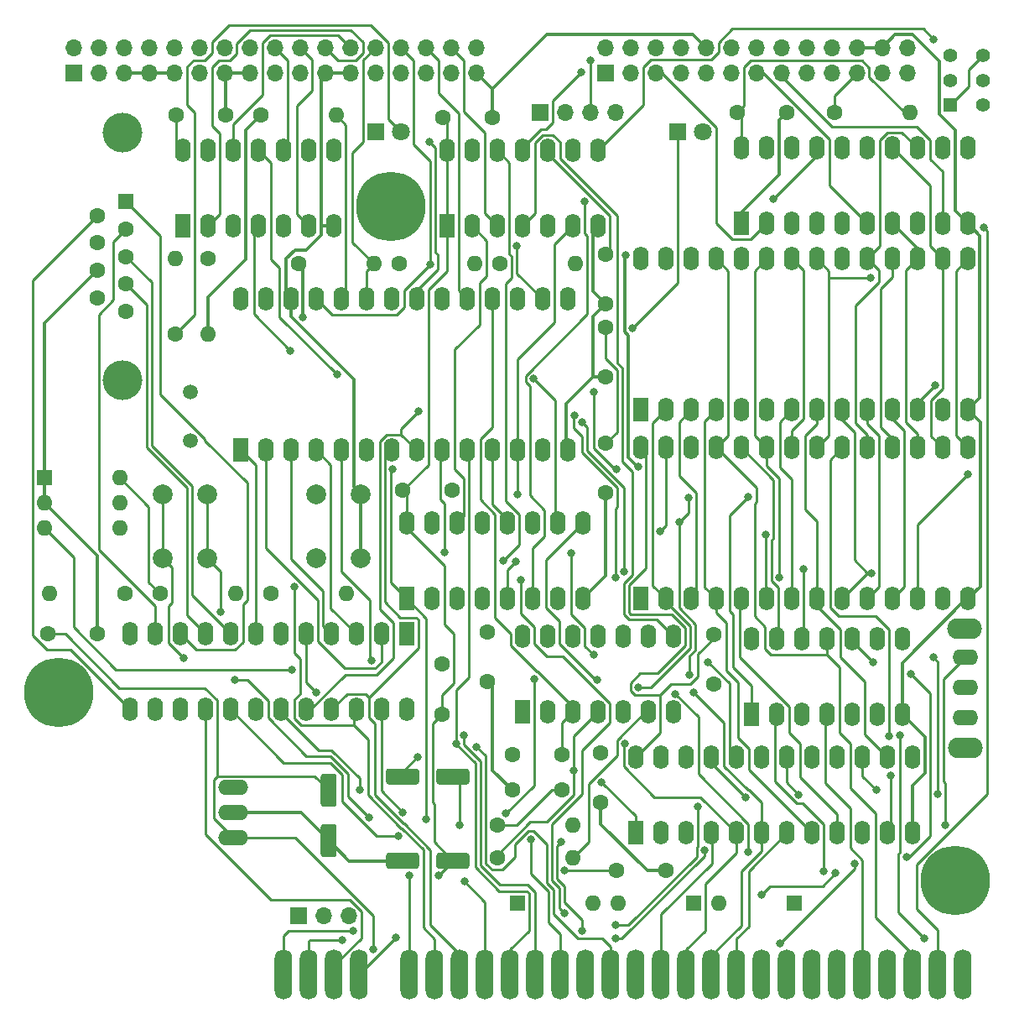
<source format=gtl>
G04 #@! TF.GenerationSoftware,KiCad,Pcbnew,(5.1.6)-1*
G04 #@! TF.CreationDate,2020-07-09T08:50:43+03:00*
G04 #@! TF.ProjectId,PlusD_Clone_MOD_1_2,506c7573-445f-4436-9c6f-6e655f4d4f44,rev?*
G04 #@! TF.SameCoordinates,Original*
G04 #@! TF.FileFunction,Copper,L1,Top*
G04 #@! TF.FilePolarity,Positive*
%FSLAX46Y46*%
G04 Gerber Fmt 4.6, Leading zero omitted, Abs format (unit mm)*
G04 Created by KiCad (PCBNEW (5.1.6)-1) date 2020-07-09 08:50:43*
%MOMM*%
%LPD*%
G01*
G04 APERTURE LIST*
G04 #@! TA.AperFunction,ComponentPad*
%ADD10O,1.600000X1.600000*%
G04 #@! TD*
G04 #@! TA.AperFunction,ComponentPad*
%ADD11C,1.600000*%
G04 #@! TD*
G04 #@! TA.AperFunction,ComponentPad*
%ADD12C,1.400000*%
G04 #@! TD*
G04 #@! TA.AperFunction,ComponentPad*
%ADD13R,1.400000X1.400000*%
G04 #@! TD*
G04 #@! TA.AperFunction,ComponentPad*
%ADD14C,4.000000*%
G04 #@! TD*
G04 #@! TA.AperFunction,ComponentPad*
%ADD15R,1.600000X1.600000*%
G04 #@! TD*
G04 #@! TA.AperFunction,ComponentPad*
%ADD16O,3.048000X1.524000*%
G04 #@! TD*
G04 #@! TA.AperFunction,ComponentPad*
%ADD17O,2.600000X1.600000*%
G04 #@! TD*
G04 #@! TA.AperFunction,ComponentPad*
%ADD18O,3.500000X2.100000*%
G04 #@! TD*
G04 #@! TA.AperFunction,ComponentPad*
%ADD19O,1.600000X2.400000*%
G04 #@! TD*
G04 #@! TA.AperFunction,ComponentPad*
%ADD20R,1.600000X2.400000*%
G04 #@! TD*
G04 #@! TA.AperFunction,ComponentPad*
%ADD21C,7.000000*%
G04 #@! TD*
G04 #@! TA.AperFunction,ComponentPad*
%ADD22C,0.800000*%
G04 #@! TD*
G04 #@! TA.AperFunction,ComponentPad*
%ADD23C,2.000000*%
G04 #@! TD*
G04 #@! TA.AperFunction,ComponentPad*
%ADD24O,1.700000X1.700000*%
G04 #@! TD*
G04 #@! TA.AperFunction,ComponentPad*
%ADD25R,1.700000X1.700000*%
G04 #@! TD*
G04 #@! TA.AperFunction,ConnectorPad*
%ADD26O,1.778000X5.080000*%
G04 #@! TD*
G04 #@! TA.AperFunction,ComponentPad*
%ADD27C,1.800000*%
G04 #@! TD*
G04 #@! TA.AperFunction,ComponentPad*
%ADD28R,1.800000X1.800000*%
G04 #@! TD*
G04 #@! TA.AperFunction,ComponentPad*
%ADD29C,1.500000*%
G04 #@! TD*
G04 #@! TA.AperFunction,ViaPad*
%ADD30C,0.800000*%
G04 #@! TD*
G04 #@! TA.AperFunction,Conductor*
%ADD31C,0.350000*%
G04 #@! TD*
G04 #@! TA.AperFunction,Conductor*
%ADD32C,0.250000*%
G04 #@! TD*
G04 APERTURE END LIST*
D10*
X85344000Y-83566000D03*
D11*
X77724000Y-83566000D03*
D12*
X160780000Y-29290000D03*
X160780000Y-31790000D03*
X160780000Y-34290000D03*
X157480000Y-29290000D03*
X157480000Y-31790000D03*
D13*
X157480000Y-34290000D03*
D14*
X73950000Y-62040000D03*
X73950000Y-37040000D03*
D11*
X71410000Y-53695000D03*
X71410000Y-50925000D03*
X71410000Y-48155000D03*
X71410000Y-45385000D03*
X74250000Y-55080000D03*
X74250000Y-52310000D03*
X74250000Y-49540000D03*
X74250000Y-46770000D03*
D15*
X74250000Y-44000000D03*
D16*
X85090000Y-103124000D03*
X85090000Y-105664000D03*
X85090000Y-108204000D03*
G04 #@! TA.AperFunction,SMDPad,CuDef*
G36*
G01*
X103863000Y-109950000D02*
X103863000Y-111050000D01*
G75*
G02*
X103613000Y-111300000I-250000J0D01*
G01*
X100788000Y-111300000D01*
G75*
G02*
X100538000Y-111050000I0J250000D01*
G01*
X100538000Y-109950000D01*
G75*
G02*
X100788000Y-109700000I250000J0D01*
G01*
X103613000Y-109700000D01*
G75*
G02*
X103863000Y-109950000I0J-250000D01*
G01*
G37*
G04 #@! TD.AperFunction*
G04 #@! TA.AperFunction,SMDPad,CuDef*
G36*
G01*
X108938000Y-109950000D02*
X108938000Y-111050000D01*
G75*
G02*
X108688000Y-111300000I-250000J0D01*
G01*
X105863000Y-111300000D01*
G75*
G02*
X105613000Y-111050000I0J250000D01*
G01*
X105613000Y-109950000D01*
G75*
G02*
X105863000Y-109700000I250000J0D01*
G01*
X108688000Y-109700000D01*
G75*
G02*
X108938000Y-109950000I0J-250000D01*
G01*
G37*
G04 #@! TD.AperFunction*
G04 #@! TA.AperFunction,SMDPad,CuDef*
G36*
G01*
X94192000Y-106793000D02*
X95292000Y-106793000D01*
G75*
G02*
X95542000Y-107043000I0J-250000D01*
G01*
X95542000Y-109868000D01*
G75*
G02*
X95292000Y-110118000I-250000J0D01*
G01*
X94192000Y-110118000D01*
G75*
G02*
X93942000Y-109868000I0J250000D01*
G01*
X93942000Y-107043000D01*
G75*
G02*
X94192000Y-106793000I250000J0D01*
G01*
G37*
G04 #@! TD.AperFunction*
G04 #@! TA.AperFunction,SMDPad,CuDef*
G36*
G01*
X94192000Y-101718000D02*
X95292000Y-101718000D01*
G75*
G02*
X95542000Y-101968000I0J-250000D01*
G01*
X95542000Y-104793000D01*
G75*
G02*
X95292000Y-105043000I-250000J0D01*
G01*
X94192000Y-105043000D01*
G75*
G02*
X93942000Y-104793000I0J250000D01*
G01*
X93942000Y-101968000D01*
G75*
G02*
X94192000Y-101718000I250000J0D01*
G01*
G37*
G04 #@! TD.AperFunction*
G04 #@! TA.AperFunction,SMDPad,CuDef*
G36*
G01*
X103863000Y-101450000D02*
X103863000Y-102550000D01*
G75*
G02*
X103613000Y-102800000I-250000J0D01*
G01*
X100788000Y-102800000D01*
G75*
G02*
X100538000Y-102550000I0J250000D01*
G01*
X100538000Y-101450000D01*
G75*
G02*
X100788000Y-101200000I250000J0D01*
G01*
X103613000Y-101200000D01*
G75*
G02*
X103863000Y-101450000I0J-250000D01*
G01*
G37*
G04 #@! TD.AperFunction*
G04 #@! TA.AperFunction,SMDPad,CuDef*
G36*
G01*
X108938000Y-101450000D02*
X108938000Y-102550000D01*
G75*
G02*
X108688000Y-102800000I-250000J0D01*
G01*
X105863000Y-102800000D01*
G75*
G02*
X105613000Y-102550000I0J250000D01*
G01*
X105613000Y-101450000D01*
G75*
G02*
X105863000Y-101200000I250000J0D01*
G01*
X108688000Y-101200000D01*
G75*
G02*
X108938000Y-101450000I0J-250000D01*
G01*
G37*
G04 #@! TD.AperFunction*
D17*
X159004000Y-96096000D03*
D18*
X158954000Y-87046000D03*
X159004000Y-99096000D03*
D17*
X159004000Y-89996000D03*
X159004000Y-93046000D03*
D10*
X73660000Y-71882000D03*
X66040000Y-76962000D03*
X73660000Y-74422000D03*
X66040000Y-74422000D03*
X73660000Y-76962000D03*
D15*
X66040000Y-71882000D03*
D10*
X109474000Y-50292000D03*
D11*
X101854000Y-50292000D03*
D19*
X114300000Y-87884000D03*
X129540000Y-95504000D03*
X116840000Y-87884000D03*
X127000000Y-95504000D03*
X119380000Y-87884000D03*
X124460000Y-95504000D03*
X121920000Y-87884000D03*
X121920000Y-95504000D03*
X124460000Y-87884000D03*
X119380000Y-95504000D03*
X127000000Y-87884000D03*
X116840000Y-95504000D03*
X129540000Y-87884000D03*
D20*
X114300000Y-95504000D03*
D19*
X102616000Y-95250000D03*
X74676000Y-87630000D03*
X100076000Y-95250000D03*
X77216000Y-87630000D03*
X97536000Y-95250000D03*
X79756000Y-87630000D03*
X94996000Y-95250000D03*
X82296000Y-87630000D03*
X92456000Y-95250000D03*
X84836000Y-87630000D03*
X89916000Y-95250000D03*
X87376000Y-87630000D03*
X87376000Y-95250000D03*
X89916000Y-87630000D03*
X84836000Y-95250000D03*
X92456000Y-87630000D03*
X82296000Y-95250000D03*
X94996000Y-87630000D03*
X79756000Y-95250000D03*
X97536000Y-87630000D03*
X77216000Y-95250000D03*
X100076000Y-87630000D03*
X74676000Y-95250000D03*
D20*
X102616000Y-87630000D03*
D19*
X80010000Y-38862000D03*
X95250000Y-46482000D03*
X82550000Y-38862000D03*
X92710000Y-46482000D03*
X85090000Y-38862000D03*
X90170000Y-46482000D03*
X87630000Y-38862000D03*
X87630000Y-46482000D03*
X90170000Y-38862000D03*
X85090000Y-46482000D03*
X92710000Y-38862000D03*
X82550000Y-46482000D03*
X95250000Y-38862000D03*
D20*
X80010000Y-46482000D03*
D19*
X106680000Y-38862000D03*
X121920000Y-46482000D03*
X109220000Y-38862000D03*
X119380000Y-46482000D03*
X111760000Y-38862000D03*
X116840000Y-46482000D03*
X114300000Y-38862000D03*
X114300000Y-46482000D03*
X116840000Y-38862000D03*
X111760000Y-46482000D03*
X119380000Y-38862000D03*
X109220000Y-46482000D03*
X121920000Y-38862000D03*
D20*
X106680000Y-46482000D03*
D10*
X153416000Y-35052000D03*
D11*
X145796000Y-35052000D03*
D19*
X137414000Y-88138000D03*
X152654000Y-95758000D03*
X139954000Y-88138000D03*
X150114000Y-95758000D03*
X142494000Y-88138000D03*
X147574000Y-95758000D03*
X145034000Y-88138000D03*
X145034000Y-95758000D03*
X147574000Y-88138000D03*
X142494000Y-95758000D03*
X150114000Y-88138000D03*
X139954000Y-95758000D03*
X152654000Y-88138000D03*
D20*
X137414000Y-95758000D03*
D21*
X101000000Y-44500000D03*
D22*
X103625000Y-44500000D03*
X102856155Y-46356155D03*
X101000000Y-47125000D03*
X99143845Y-46356155D03*
X98375000Y-44500000D03*
X99143845Y-42643845D03*
X101000000Y-41875000D03*
X102856155Y-42643845D03*
X69356155Y-91643845D03*
X67500000Y-90875000D03*
X65643845Y-91643845D03*
X64875000Y-93500000D03*
X65643845Y-95356155D03*
X67500000Y-96125000D03*
X69356155Y-95356155D03*
X70125000Y-93500000D03*
D21*
X67500000Y-93500000D03*
D22*
X159856155Y-110643845D03*
X158000000Y-109875000D03*
X156143845Y-110643845D03*
X155375000Y-112500000D03*
X156143845Y-114356155D03*
X158000000Y-115125000D03*
X159856155Y-114356155D03*
X160625000Y-112500000D03*
D21*
X158000000Y-112500000D03*
D23*
X78000000Y-73500000D03*
X82500000Y-73500000D03*
X78000000Y-80000000D03*
X82500000Y-80000000D03*
X93500000Y-73500000D03*
X98000000Y-73500000D03*
X93500000Y-80000000D03*
X98000000Y-80000000D03*
D19*
X136398000Y-38608000D03*
X159258000Y-46228000D03*
X138938000Y-38608000D03*
X156718000Y-46228000D03*
X141478000Y-38608000D03*
X154178000Y-46228000D03*
X144018000Y-38608000D03*
X151638000Y-46228000D03*
X146558000Y-38608000D03*
X149098000Y-46228000D03*
X149098000Y-38608000D03*
X146558000Y-46228000D03*
X151638000Y-38608000D03*
X144018000Y-46228000D03*
X154178000Y-38608000D03*
X141478000Y-46228000D03*
X156718000Y-38608000D03*
X138938000Y-46228000D03*
X159258000Y-38608000D03*
D20*
X136398000Y-46228000D03*
D19*
X102616000Y-76454000D03*
X120396000Y-84074000D03*
X105156000Y-76454000D03*
X117856000Y-84074000D03*
X107696000Y-76454000D03*
X115316000Y-84074000D03*
X110236000Y-76454000D03*
X112776000Y-84074000D03*
X112776000Y-76454000D03*
X110236000Y-84074000D03*
X115316000Y-76454000D03*
X107696000Y-84074000D03*
X117856000Y-76454000D03*
X105156000Y-84074000D03*
X120396000Y-76454000D03*
D20*
X102616000Y-84074000D03*
D19*
X125730000Y-100076000D03*
X153670000Y-107696000D03*
X128270000Y-100076000D03*
X151130000Y-107696000D03*
X130810000Y-100076000D03*
X148590000Y-107696000D03*
X133350000Y-100076000D03*
X146050000Y-107696000D03*
X135890000Y-100076000D03*
X143510000Y-107696000D03*
X138430000Y-100076000D03*
X140970000Y-107696000D03*
X140970000Y-100076000D03*
X138430000Y-107696000D03*
X143510000Y-100076000D03*
X135890000Y-107696000D03*
X146050000Y-100076000D03*
X133350000Y-107696000D03*
X148590000Y-100076000D03*
X130810000Y-107696000D03*
X151130000Y-100076000D03*
X128270000Y-107696000D03*
X153670000Y-100076000D03*
D20*
X125730000Y-107696000D03*
D19*
X126238000Y-68834000D03*
X159258000Y-84074000D03*
X128778000Y-68834000D03*
X156718000Y-84074000D03*
X131318000Y-68834000D03*
X154178000Y-84074000D03*
X133858000Y-68834000D03*
X151638000Y-84074000D03*
X136398000Y-68834000D03*
X149098000Y-84074000D03*
X138938000Y-68834000D03*
X146558000Y-84074000D03*
X141478000Y-68834000D03*
X144018000Y-84074000D03*
X144018000Y-68834000D03*
X141478000Y-84074000D03*
X146558000Y-68834000D03*
X138938000Y-84074000D03*
X149098000Y-68834000D03*
X136398000Y-84074000D03*
X151638000Y-68834000D03*
X133858000Y-84074000D03*
X154178000Y-68834000D03*
X131318000Y-84074000D03*
X156718000Y-68834000D03*
X128778000Y-84074000D03*
X159258000Y-68834000D03*
D20*
X126238000Y-84074000D03*
D19*
X126238000Y-49784000D03*
X159258000Y-65024000D03*
X128778000Y-49784000D03*
X156718000Y-65024000D03*
X131318000Y-49784000D03*
X154178000Y-65024000D03*
X133858000Y-49784000D03*
X151638000Y-65024000D03*
X136398000Y-49784000D03*
X149098000Y-65024000D03*
X138938000Y-49784000D03*
X146558000Y-65024000D03*
X141478000Y-49784000D03*
X144018000Y-65024000D03*
X144018000Y-49784000D03*
X141478000Y-65024000D03*
X146558000Y-49784000D03*
X138938000Y-65024000D03*
X149098000Y-49784000D03*
X136398000Y-65024000D03*
X151638000Y-49784000D03*
X133858000Y-65024000D03*
X154178000Y-49784000D03*
X131318000Y-65024000D03*
X156718000Y-49784000D03*
X128778000Y-65024000D03*
X159258000Y-49784000D03*
D20*
X126238000Y-65024000D03*
D19*
X85852000Y-53848000D03*
X118872000Y-69088000D03*
X88392000Y-53848000D03*
X116332000Y-69088000D03*
X90932000Y-53848000D03*
X113792000Y-69088000D03*
X93472000Y-53848000D03*
X111252000Y-69088000D03*
X96012000Y-53848000D03*
X108712000Y-69088000D03*
X98552000Y-53848000D03*
X106172000Y-69088000D03*
X101092000Y-53848000D03*
X103632000Y-69088000D03*
X103632000Y-53848000D03*
X101092000Y-69088000D03*
X106172000Y-53848000D03*
X98552000Y-69088000D03*
X108712000Y-53848000D03*
X96012000Y-69088000D03*
X111252000Y-53848000D03*
X93472000Y-69088000D03*
X113792000Y-53848000D03*
X90932000Y-69088000D03*
X116332000Y-53848000D03*
X88392000Y-69088000D03*
X118872000Y-53848000D03*
D20*
X85852000Y-69088000D03*
D10*
X96520000Y-83566000D03*
D11*
X88900000Y-83566000D03*
D10*
X79248000Y-49784000D03*
D11*
X79248000Y-57404000D03*
D10*
X119380000Y-106934000D03*
D11*
X111760000Y-106934000D03*
D10*
X119380000Y-110236000D03*
D11*
X111760000Y-110236000D03*
D10*
X66548000Y-83566000D03*
D11*
X74168000Y-83566000D03*
D10*
X82550000Y-57404000D03*
D11*
X82550000Y-49784000D03*
D10*
X119634000Y-50292000D03*
D11*
X112014000Y-50292000D03*
D10*
X99314000Y-50292000D03*
D11*
X91694000Y-50292000D03*
D10*
X95504000Y-35306000D03*
D11*
X87884000Y-35306000D03*
D24*
X123698000Y-35052000D03*
X121158000Y-35052000D03*
X118618000Y-35052000D03*
D25*
X116078000Y-35052000D03*
D26*
X95298000Y-121960000D03*
X97838000Y-121960000D03*
X105458000Y-121960000D03*
X113078000Y-121960000D03*
X110538000Y-121960000D03*
X107998000Y-121960000D03*
X115618000Y-121960000D03*
X90218000Y-121960000D03*
X92758000Y-121960000D03*
X102918000Y-121960000D03*
X118158000Y-121960000D03*
X123238000Y-121960000D03*
X120698000Y-121960000D03*
X125778000Y-121960000D03*
X130858000Y-121960000D03*
X128318000Y-121960000D03*
X133398000Y-121960000D03*
X143558000Y-121960000D03*
X138478000Y-121960000D03*
X151178000Y-121960000D03*
X156258000Y-121960000D03*
X158798000Y-121960000D03*
X135938000Y-121960000D03*
X146098000Y-121960000D03*
X148638000Y-121960000D03*
X153718000Y-121960000D03*
X141018000Y-121960000D03*
D24*
X153162000Y-28460000D03*
X153162000Y-31000000D03*
X150622000Y-28460000D03*
X150622000Y-31000000D03*
X148082000Y-28460000D03*
X148082000Y-31000000D03*
X145542000Y-28460000D03*
X145542000Y-31000000D03*
X143002000Y-28460000D03*
X143002000Y-31000000D03*
X140462000Y-28460000D03*
X140462000Y-31000000D03*
X137922000Y-28460000D03*
X137922000Y-31000000D03*
X135382000Y-28460000D03*
X135382000Y-31000000D03*
X132842000Y-28460000D03*
X132842000Y-31000000D03*
X130302000Y-28460000D03*
X130302000Y-31000000D03*
X127762000Y-28460000D03*
X127762000Y-31000000D03*
X125222000Y-28460000D03*
X125222000Y-31000000D03*
X122682000Y-28460000D03*
D25*
X122682000Y-31000000D03*
D11*
X122682000Y-49356000D03*
X122682000Y-54356000D03*
X106172000Y-95678000D03*
X106172000Y-90678000D03*
X133604000Y-87710000D03*
X133604000Y-92710000D03*
X110744000Y-87456000D03*
X110744000Y-92456000D03*
X102188000Y-73152000D03*
X107188000Y-73152000D03*
X135970000Y-35052000D03*
X140970000Y-35052000D03*
X106252000Y-35560000D03*
X111252000Y-35560000D03*
X79328000Y-35306000D03*
X84328000Y-35306000D03*
X122174000Y-99648000D03*
X122174000Y-104648000D03*
X122682000Y-68406000D03*
X122682000Y-73406000D03*
X122682000Y-56722000D03*
X122682000Y-61722000D03*
X118284000Y-99822000D03*
X113284000Y-99822000D03*
D25*
X69000000Y-31000000D03*
D24*
X69000000Y-28460000D03*
X71540000Y-31000000D03*
X71540000Y-28460000D03*
X74080000Y-31000000D03*
X74080000Y-28460000D03*
X76620000Y-31000000D03*
X76620000Y-28460000D03*
X79160000Y-31000000D03*
X79160000Y-28460000D03*
X81700000Y-31000000D03*
X81700000Y-28460000D03*
X84240000Y-31000000D03*
X84240000Y-28460000D03*
X86780000Y-31000000D03*
X86780000Y-28460000D03*
X89320000Y-31000000D03*
X89320000Y-28460000D03*
X91860000Y-31000000D03*
X91860000Y-28460000D03*
X94400000Y-31000000D03*
X94400000Y-28460000D03*
X96940000Y-31000000D03*
X96940000Y-28460000D03*
X99480000Y-31000000D03*
X99480000Y-28460000D03*
X102020000Y-31000000D03*
X102020000Y-28460000D03*
X104560000Y-31000000D03*
X104560000Y-28460000D03*
X107100000Y-31000000D03*
X107100000Y-28460000D03*
X109640000Y-31000000D03*
X109640000Y-28460000D03*
D25*
X91694000Y-116078000D03*
D24*
X94234000Y-116078000D03*
X96774000Y-116078000D03*
D27*
X132540000Y-37000000D03*
D28*
X130000000Y-37000000D03*
D10*
X121412000Y-114808000D03*
D15*
X113792000Y-114808000D03*
D10*
X123952000Y-114808000D03*
D15*
X131572000Y-114808000D03*
X141732000Y-114808000D03*
D10*
X134112000Y-114808000D03*
D27*
X102040000Y-37000000D03*
D28*
X99500000Y-37000000D03*
D11*
X118284000Y-103378000D03*
X113284000Y-103378000D03*
X123778000Y-111506000D03*
X128778000Y-111506000D03*
X66374000Y-87630000D03*
X71374000Y-87630000D03*
D29*
X80772000Y-63246000D03*
X80772000Y-68146000D03*
D30*
X80128100Y-90087100D03*
X109686600Y-99008900D03*
X133031600Y-90443600D03*
X121835700Y-92206800D03*
X142202500Y-103826400D03*
X151291100Y-97949200D03*
X150013800Y-103372300D03*
X136864600Y-104133500D03*
X125434000Y-56787400D03*
X98811800Y-106108100D03*
X85295900Y-92289200D03*
X83847300Y-85363800D03*
X107918900Y-106882200D03*
X103686700Y-100030200D03*
X115431300Y-61892300D03*
X90853400Y-59018000D03*
X112374900Y-80212200D03*
X120269700Y-30938000D03*
X120573400Y-43968200D03*
X155823900Y-27650600D03*
X142684400Y-81044900D03*
X119489600Y-101377500D03*
X91054800Y-91212700D03*
X92157400Y-55648700D03*
X124710800Y-49390700D03*
X126005700Y-70707200D03*
X104597300Y-106342200D03*
X118565900Y-111481700D03*
X101212400Y-70993600D03*
X113792000Y-73569200D03*
X137118000Y-73755500D03*
X149473400Y-51675200D03*
X160875300Y-46642700D03*
X140211000Y-81945500D03*
X144722100Y-111549300D03*
X114117100Y-82141600D03*
X118527300Y-115759900D03*
X125990100Y-92974000D03*
X115475400Y-92152700D03*
X112644700Y-105719000D03*
X149688100Y-90443600D03*
X153513100Y-91679900D03*
X153048400Y-110128000D03*
X147820300Y-110770800D03*
X140268400Y-118848000D03*
X152448400Y-97806400D03*
X154845600Y-118294400D03*
X121492600Y-63245200D03*
X123790500Y-71010500D03*
X102238100Y-105586500D03*
X102918000Y-111974900D03*
X99077200Y-90307300D03*
X91242900Y-82885700D03*
X113614300Y-80283700D03*
X155968800Y-62558800D03*
X159274000Y-71489400D03*
X108373100Y-97876600D03*
X139633400Y-43738400D03*
X103791700Y-65169200D03*
X106442900Y-79419200D03*
X97848400Y-103340400D03*
X115135500Y-108352200D03*
X107597800Y-98651900D03*
X131037200Y-73871300D03*
X130119000Y-76307500D03*
X131119000Y-91744600D03*
X131563200Y-93496900D03*
X101804500Y-107985900D03*
X108443400Y-112590900D03*
X132667700Y-109465100D03*
X123711400Y-118353700D03*
X151482100Y-101935900D03*
X123679500Y-81950400D03*
X119568600Y-65537700D03*
X138881300Y-77635200D03*
X155778300Y-89999400D03*
X156235900Y-103730500D03*
X128212000Y-77242700D03*
X119178700Y-79436900D03*
X121471200Y-89743200D03*
X129748100Y-93649800D03*
X137107800Y-109598800D03*
X97208700Y-117578300D03*
X96076200Y-118452900D03*
X93506500Y-93529700D03*
X124628000Y-98702700D03*
X122294600Y-102538300D03*
X120314400Y-66295600D03*
X124562200Y-81295000D03*
X118164200Y-108585000D03*
X120327800Y-117521600D03*
X149495300Y-81490300D03*
X131985300Y-105053400D03*
X123728200Y-116972300D03*
X121158000Y-29774700D03*
X104982100Y-50371700D03*
X104904000Y-37965400D03*
X113747700Y-48516200D03*
X95560900Y-61466200D03*
X101560000Y-118238000D03*
X99263800Y-119419900D03*
X105868900Y-111974900D03*
X157009300Y-106856800D03*
X145927200Y-111724700D03*
X138461100Y-113901200D03*
D31*
X122174000Y-104648000D02*
X122174000Y-106786600D01*
X122174000Y-106786600D02*
X126893400Y-111506000D01*
X126893400Y-111506000D02*
X128778000Y-111506000D01*
X113284000Y-103378000D02*
X111293700Y-101387700D01*
X111293700Y-101387700D02*
X111293700Y-93005700D01*
X111293700Y-93005700D02*
X110744000Y-92456000D01*
X94742000Y-108455500D02*
X96786500Y-110500000D01*
X96786500Y-110500000D02*
X102200500Y-110500000D01*
X85090000Y-105664000D02*
X91950500Y-105664000D01*
X91950500Y-105664000D02*
X94742000Y-108455500D01*
X121430100Y-61722000D02*
X118743300Y-64408800D01*
X118743300Y-64408800D02*
X118743300Y-68959300D01*
X118743300Y-68959300D02*
X118872000Y-69088000D01*
X111252000Y-32612000D02*
X111252000Y-35560000D01*
X109640000Y-31000000D02*
X111252000Y-32612000D01*
X132842000Y-28460000D02*
X131519300Y-27137300D01*
X131519300Y-27137300D02*
X116726700Y-27137300D01*
X116726700Y-27137300D02*
X111252000Y-32612000D01*
X90932000Y-53848000D02*
X90932000Y-55590300D01*
X90932000Y-55590300D02*
X97282000Y-61940300D01*
X97282000Y-61940300D02*
X97282000Y-72782000D01*
X97282000Y-72782000D02*
X98000000Y-73500000D01*
X93980000Y-46482000D02*
X93980000Y-47355100D01*
X93980000Y-47355100D02*
X92477200Y-48857900D01*
X92477200Y-48857900D02*
X91350900Y-48857900D01*
X91350900Y-48857900D02*
X90463200Y-49745600D01*
X90463200Y-49745600D02*
X90463200Y-53379200D01*
X90463200Y-53379200D02*
X90932000Y-53848000D01*
X148082000Y-28460000D02*
X150622000Y-28460000D01*
X122682000Y-73406000D02*
X122682000Y-81788000D01*
X122682000Y-81788000D02*
X120396000Y-84074000D01*
X66040000Y-71882000D02*
X66040000Y-74422000D01*
X71410000Y-50925000D02*
X66040000Y-56295000D01*
X66040000Y-56295000D02*
X66040000Y-71882000D01*
X71374000Y-87630000D02*
X71374000Y-79756000D01*
X71374000Y-79756000D02*
X66040000Y-74422000D01*
X93980000Y-46482000D02*
X93980000Y-31420000D01*
X93980000Y-31420000D02*
X94400000Y-31000000D01*
X93980000Y-46482000D02*
X95250000Y-46482000D01*
X94400000Y-31000000D02*
X96940000Y-31000000D01*
X84328000Y-31088000D02*
X84328000Y-35306000D01*
X84240000Y-31000000D02*
X84328000Y-31088000D01*
X86780000Y-31000000D02*
X84416000Y-31000000D01*
X84416000Y-31000000D02*
X84328000Y-31088000D01*
X152654000Y-95758000D02*
X154912000Y-98016000D01*
X154912000Y-98016000D02*
X154912000Y-101674700D01*
X154912000Y-101674700D02*
X153670000Y-102916700D01*
X153670000Y-102916700D02*
X153670000Y-107696000D01*
X159258000Y-84074000D02*
X159139500Y-84074000D01*
X159139500Y-84074000D02*
X152654000Y-90559500D01*
X152654000Y-90559500D02*
X152654000Y-95758000D01*
X136398000Y-46228000D02*
X136398000Y-45073700D01*
X136398000Y-45073700D02*
X140208000Y-41263700D01*
X140208000Y-41263700D02*
X140208000Y-35814000D01*
X140208000Y-35814000D02*
X140970000Y-35052000D01*
X98000000Y-80000000D02*
X98000000Y-73500000D01*
X76620000Y-31000000D02*
X79160000Y-31000000D01*
X74080000Y-31000000D02*
X76620000Y-31000000D01*
X121430100Y-61722000D02*
X121430100Y-55607900D01*
X121430100Y-55607900D02*
X122682000Y-54356000D01*
X121430100Y-61722000D02*
X122682000Y-61722000D01*
X121920000Y-46482000D02*
X121403500Y-46998500D01*
X121403500Y-46998500D02*
X121403500Y-53077500D01*
X121403500Y-53077500D02*
X122682000Y-54356000D01*
X159258000Y-46228000D02*
X160487000Y-47457000D01*
X160487000Y-47457000D02*
X160487000Y-63795000D01*
X160487000Y-63795000D02*
X159258000Y-65024000D01*
X150622000Y-28460000D02*
X151943000Y-27139000D01*
X151943000Y-27139000D02*
X153676700Y-27139000D01*
X153676700Y-27139000D02*
X156354700Y-29817000D01*
X156354700Y-29817000D02*
X156354700Y-35166100D01*
X156354700Y-35166100D02*
X157988000Y-36799400D01*
X157988000Y-36799400D02*
X157988000Y-44958000D01*
X157988000Y-44958000D02*
X159258000Y-46228000D01*
X159258000Y-65024000D02*
X160498200Y-66264200D01*
X160498200Y-66264200D02*
X160498200Y-82833800D01*
X160498200Y-82833800D02*
X159258000Y-84074000D01*
D32*
X78000000Y-80000000D02*
X78932800Y-80932800D01*
X78932800Y-80932800D02*
X78932800Y-84429200D01*
X78932800Y-84429200D02*
X78537700Y-84824300D01*
X78537700Y-84824300D02*
X78537700Y-88496700D01*
X78537700Y-88496700D02*
X80128100Y-90087100D01*
X78000000Y-73500000D02*
X78000000Y-80000000D01*
X123238000Y-119174000D02*
X123238000Y-121960000D01*
X122360900Y-118296900D02*
X123238000Y-119174000D01*
X119935300Y-118296900D02*
X122360900Y-118296900D01*
X117470500Y-113410900D02*
X117470500Y-115832100D01*
X111230300Y-111419900D02*
X112239800Y-111419900D01*
X113514300Y-108876900D02*
X114875100Y-107516100D01*
X110563000Y-110752600D02*
X111230300Y-111419900D01*
X117470500Y-115832100D02*
X119935300Y-118296900D01*
X109686600Y-99008900D02*
X110563000Y-99885300D01*
X110563000Y-99885300D02*
X110563000Y-110752600D01*
X114875100Y-107516100D02*
X115419600Y-107516100D01*
X115419600Y-107516100D02*
X116761900Y-108858400D01*
X116761900Y-112702300D02*
X117470500Y-113410900D01*
X113514300Y-110145400D02*
X113514300Y-108876900D01*
X112239800Y-111419900D02*
X113514300Y-110145400D01*
X116761900Y-108858400D02*
X116761900Y-112702300D01*
X85852000Y-69088000D02*
X87376000Y-70612000D01*
X87376000Y-70612000D02*
X87376000Y-87630000D01*
X133031600Y-90443600D02*
X135182400Y-92594400D01*
X135182400Y-92594400D02*
X135182400Y-99368500D01*
X135182400Y-99368500D02*
X135182500Y-99368500D01*
X135182500Y-99368500D02*
X135890000Y-100076000D01*
X120396000Y-76454000D02*
X116667700Y-80182300D01*
X116667700Y-80182300D02*
X116667700Y-84963500D01*
X116667700Y-84963500D02*
X118036800Y-86332600D01*
X118036800Y-86332600D02*
X118036800Y-88604900D01*
X118036800Y-88604900D02*
X121638700Y-92206800D01*
X121638700Y-92206800D02*
X121835700Y-92206800D01*
X140970000Y-100076000D02*
X140970000Y-102593900D01*
X140970000Y-102593900D02*
X142202500Y-103826400D01*
X118284000Y-103378000D02*
X117258500Y-103378000D01*
X117258500Y-103378000D02*
X113702500Y-106934000D01*
X113702500Y-106934000D02*
X111760000Y-106934000D01*
X146558000Y-68834000D02*
X145349700Y-70042300D01*
X145349700Y-70042300D02*
X145349700Y-84963500D01*
X145349700Y-84963500D02*
X146221300Y-85835100D01*
X146221300Y-85835100D02*
X149920900Y-85835100D01*
X149920900Y-85835100D02*
X151291100Y-87205300D01*
X151291100Y-87205300D02*
X151291100Y-97949200D01*
X150013800Y-103372300D02*
X148590000Y-101948500D01*
X148590000Y-101948500D02*
X148590000Y-100076000D01*
X133350000Y-100076000D02*
X133350000Y-100618900D01*
X133350000Y-100618900D02*
X136864600Y-104133500D01*
X98811800Y-106108100D02*
X96708800Y-104005100D01*
X96708800Y-104005100D02*
X96708800Y-101739500D01*
X96708800Y-101739500D02*
X94915200Y-99945900D01*
X94915200Y-99945900D02*
X92502500Y-99945900D01*
X92502500Y-99945900D02*
X88646000Y-96089400D01*
X88646000Y-96089400D02*
X88646000Y-94385900D01*
X88646000Y-94385900D02*
X86549300Y-92289200D01*
X86549300Y-92289200D02*
X85295900Y-92289200D01*
X130000000Y-37000000D02*
X130000000Y-52221400D01*
X130000000Y-52221400D02*
X125434000Y-56787400D01*
X82500000Y-80000000D02*
X83847300Y-81347300D01*
X83847300Y-81347300D02*
X83847300Y-85363800D01*
X82500000Y-80000000D02*
X82500000Y-73500000D01*
X102040000Y-37000000D02*
X100750000Y-35710000D01*
X100750000Y-35710000D02*
X100750000Y-27981000D01*
X100750000Y-27981000D02*
X98983100Y-26214100D01*
X98983100Y-26214100D02*
X84695200Y-26214100D01*
X84695200Y-26214100D02*
X83014700Y-27894600D01*
X83014700Y-27894600D02*
X83014700Y-28969200D01*
X83014700Y-28969200D02*
X82253900Y-29730000D01*
X82253900Y-29730000D02*
X81141800Y-29730000D01*
X81141800Y-29730000D02*
X80474600Y-30397200D01*
X80474600Y-30397200D02*
X80474600Y-34271000D01*
X80474600Y-34271000D02*
X81196300Y-34992700D01*
X81196300Y-34992700D02*
X81196300Y-55455700D01*
X81196300Y-55455700D02*
X79248000Y-57404000D01*
X95504000Y-35306000D02*
X96438600Y-36240600D01*
X96438600Y-36240600D02*
X96438600Y-53421400D01*
X96438600Y-53421400D02*
X96012000Y-53848000D01*
X89320000Y-28460000D02*
X90590000Y-29730000D01*
X90590000Y-29730000D02*
X90590000Y-38442000D01*
X90590000Y-38442000D02*
X90170000Y-38862000D01*
X91860000Y-28460000D02*
X93099500Y-29699500D01*
X93099500Y-29699500D02*
X93099500Y-32771700D01*
X93099500Y-32771700D02*
X91519400Y-34351800D01*
X91519400Y-34351800D02*
X91519400Y-45291400D01*
X91519400Y-45291400D02*
X92710000Y-46482000D01*
X107100000Y-28460000D02*
X108370000Y-29730000D01*
X108370000Y-29730000D02*
X108370000Y-34894600D01*
X108370000Y-34894600D02*
X110490000Y-37014600D01*
X110490000Y-37014600D02*
X110490000Y-45212000D01*
X110490000Y-45212000D02*
X111760000Y-46482000D01*
X99314000Y-50292000D02*
X97124000Y-48102000D01*
X97124000Y-48102000D02*
X97124000Y-39050300D01*
X97124000Y-39050300D02*
X98224600Y-37949700D01*
X98224600Y-37949700D02*
X98224600Y-29715400D01*
X98224600Y-29715400D02*
X99480000Y-28460000D01*
X98552000Y-53848000D02*
X98552000Y-51054000D01*
X98552000Y-51054000D02*
X99314000Y-50292000D01*
X118284000Y-99822000D02*
X118284000Y-96600000D01*
X118284000Y-96600000D02*
X119380000Y-95504000D01*
X111252000Y-53848000D02*
X111252000Y-66743000D01*
X111252000Y-66743000D02*
X110036100Y-67958900D01*
X110036100Y-67958900D02*
X110036100Y-74067800D01*
X110036100Y-74067800D02*
X111508000Y-75539700D01*
X111508000Y-75539700D02*
X111508000Y-85963300D01*
X111508000Y-85963300D02*
X113124600Y-87579900D01*
X113124600Y-87579900D02*
X113124600Y-88789800D01*
X113124600Y-88789800D02*
X115712200Y-91377400D01*
X115712200Y-91377400D02*
X115796600Y-91377400D01*
X115796600Y-91377400D02*
X119380000Y-94960800D01*
X119380000Y-94960800D02*
X119380000Y-95504000D01*
X107918900Y-106882200D02*
X107918900Y-102643400D01*
X107918900Y-102643400D02*
X107275500Y-102000000D01*
X127000000Y-95504000D02*
X126683000Y-95504000D01*
X126683000Y-95504000D02*
X123849800Y-98337200D01*
X123849800Y-98337200D02*
X123849800Y-99855100D01*
X123849800Y-99855100D02*
X120998700Y-102706200D01*
X120998700Y-102706200D02*
X120998700Y-108617300D01*
X120998700Y-108617300D02*
X119380000Y-110236000D01*
X103686700Y-100030200D02*
X102200500Y-101516400D01*
X102200500Y-101516400D02*
X102200500Y-102000000D01*
X117856000Y-76454000D02*
X117602000Y-76200000D01*
X117602000Y-76200000D02*
X117602000Y-64063000D01*
X117602000Y-64063000D02*
X115431300Y-61892300D01*
X87630000Y-46482000D02*
X87190300Y-46921700D01*
X87190300Y-46921700D02*
X87190300Y-55354900D01*
X87190300Y-55354900D02*
X90853400Y-59018000D01*
X111760000Y-38862000D02*
X112972400Y-40074400D01*
X112972400Y-40074400D02*
X112972400Y-49294200D01*
X112972400Y-49294200D02*
X113195300Y-49517100D01*
X113195300Y-49517100D02*
X113195300Y-51651900D01*
X113195300Y-51651900D02*
X112599300Y-52247900D01*
X112599300Y-52247900D02*
X112599300Y-74203800D01*
X112599300Y-74203800D02*
X113969200Y-75573700D01*
X113969200Y-75573700D02*
X113969200Y-78617900D01*
X113969200Y-78617900D02*
X112374900Y-80212200D01*
X114300000Y-38862000D02*
X114300000Y-38551700D01*
X114300000Y-38551700D02*
X116138600Y-36713100D01*
X116138600Y-36713100D02*
X116667800Y-36713100D01*
X116667800Y-36713100D02*
X117381100Y-35999800D01*
X117381100Y-35999800D02*
X117381100Y-33826600D01*
X117381100Y-33826600D02*
X120269700Y-30938000D01*
X129540000Y-87884000D02*
X127847200Y-86191200D01*
X127847200Y-86191200D02*
X125088700Y-86191200D01*
X125088700Y-86191200D02*
X124562300Y-85664800D01*
X124562300Y-85664800D02*
X124562300Y-82488000D01*
X124562300Y-82488000D02*
X125375200Y-81675100D01*
X125375200Y-81675100D02*
X125375200Y-71211500D01*
X125375200Y-71211500D02*
X124399300Y-70235600D01*
X124399300Y-70235600D02*
X124399300Y-60820000D01*
X124399300Y-60820000D02*
X123858600Y-60279300D01*
X123858600Y-60279300D02*
X123858600Y-45449400D01*
X123858600Y-45449400D02*
X118110000Y-39700800D01*
X118110000Y-39700800D02*
X118110000Y-37980300D01*
X118110000Y-37980300D02*
X117387800Y-37258100D01*
X117387800Y-37258100D02*
X116362900Y-37258100D01*
X116362900Y-37258100D02*
X115570000Y-38051000D01*
X115570000Y-38051000D02*
X115570000Y-45212000D01*
X115570000Y-45212000D02*
X114300000Y-46482000D01*
X120573400Y-43968200D02*
X120573400Y-47197700D01*
X120573400Y-47197700D02*
X120853100Y-47477400D01*
X120853100Y-47477400D02*
X120853100Y-55374100D01*
X120853100Y-55374100D02*
X114656000Y-61571200D01*
X114656000Y-61571200D02*
X114656000Y-62213400D01*
X114656000Y-62213400D02*
X115056100Y-62613500D01*
X115056100Y-62613500D02*
X115056100Y-73654100D01*
X115056100Y-73654100D02*
X116510100Y-75108100D01*
X116510100Y-75108100D02*
X116510100Y-77788100D01*
X116510100Y-77788100D02*
X115316000Y-78982200D01*
X115316000Y-78982200D02*
X115316000Y-84074000D01*
X109220000Y-46482000D02*
X110666600Y-47928600D01*
X110666600Y-47928600D02*
X110666600Y-51492200D01*
X110666600Y-51492200D02*
X109982000Y-52176800D01*
X109982000Y-52176800D02*
X109982000Y-56411000D01*
X109982000Y-56411000D02*
X107479900Y-58913100D01*
X107479900Y-58913100D02*
X107479900Y-70969100D01*
X107479900Y-70969100D02*
X108419500Y-71908700D01*
X108419500Y-71908700D02*
X108419500Y-75730500D01*
X108419500Y-75730500D02*
X107696000Y-76454000D01*
X121920000Y-38862000D02*
X126536600Y-34245400D01*
X126536600Y-34245400D02*
X126536600Y-30435500D01*
X126536600Y-30435500D02*
X127286700Y-29685400D01*
X127286700Y-29685400D02*
X133358600Y-29685400D01*
X133358600Y-29685400D02*
X134111900Y-28932100D01*
X134111900Y-28932100D02*
X134111900Y-27958200D01*
X134111900Y-27958200D02*
X135483500Y-26586600D01*
X135483500Y-26586600D02*
X154759900Y-26586600D01*
X154759900Y-26586600D02*
X155823900Y-27650600D01*
X142494000Y-88138000D02*
X142684400Y-87947600D01*
X142684400Y-87947600D02*
X142684400Y-81044900D01*
X119489600Y-101377500D02*
X119489600Y-97934400D01*
X119489600Y-97934400D02*
X121920000Y-95504000D01*
X111760000Y-110236000D02*
X111760000Y-109910000D01*
X111760000Y-109910000D02*
X115093700Y-106576300D01*
X115093700Y-106576300D02*
X116751200Y-106576300D01*
X116751200Y-106576300D02*
X119489600Y-103837900D01*
X119489600Y-103837900D02*
X119489600Y-101377500D01*
X91054800Y-91212700D02*
X73268600Y-91212700D01*
X73268600Y-91212700D02*
X69002600Y-86946700D01*
X69002600Y-86946700D02*
X69002600Y-79924600D01*
X69002600Y-79924600D02*
X66040000Y-76962000D01*
D31*
X124710800Y-49390700D02*
X124608700Y-49492800D01*
X124608700Y-49492800D02*
X124608700Y-57129200D01*
X124608700Y-57129200D02*
X125012600Y-57533100D01*
X125012600Y-57533100D02*
X125012600Y-69818900D01*
X125012600Y-69818900D02*
X125900900Y-70707200D01*
X125900900Y-70707200D02*
X126005700Y-70707200D01*
X82550000Y-57404000D02*
X82550000Y-53659400D01*
X82550000Y-53659400D02*
X86360000Y-49849400D01*
X86360000Y-49849400D02*
X86360000Y-36830000D01*
X86360000Y-36830000D02*
X87884000Y-35306000D01*
X91694000Y-50292000D02*
X92157400Y-50755400D01*
X92157400Y-50755400D02*
X92157400Y-55648700D01*
D32*
X123778000Y-111506000D02*
X118590200Y-111506000D01*
X118590200Y-111506000D02*
X118565900Y-111481700D01*
X102616000Y-84074000D02*
X104597300Y-86055300D01*
X104597300Y-86055300D02*
X104597300Y-106342200D01*
X102616000Y-84074000D02*
X100985700Y-82443700D01*
X100985700Y-82443700D02*
X100985700Y-71220300D01*
X100985700Y-71220300D02*
X101212400Y-70993600D01*
X82296000Y-95250000D02*
X82296000Y-107796800D01*
X82296000Y-107796800D02*
X88900700Y-114401500D01*
X88900700Y-114401500D02*
X96840900Y-114401500D01*
X96840900Y-114401500D02*
X98042500Y-115603100D01*
X98042500Y-115603100D02*
X98042500Y-118304400D01*
X98042500Y-118304400D02*
X95298000Y-121048900D01*
X95298000Y-121048900D02*
X95298000Y-121960000D01*
X149098000Y-49784000D02*
X150368000Y-48514000D01*
X150368000Y-48514000D02*
X150368000Y-37786000D01*
X150368000Y-37786000D02*
X151133800Y-37020200D01*
X151133800Y-37020200D02*
X152590200Y-37020200D01*
X152590200Y-37020200D02*
X154178000Y-38608000D01*
X149098000Y-68834000D02*
X149098000Y-67563800D01*
X149098000Y-67563800D02*
X147907400Y-66373200D01*
X147907400Y-66373200D02*
X147907400Y-54511000D01*
X147907400Y-54511000D02*
X150271700Y-52146700D01*
X150271700Y-52146700D02*
X150271700Y-50957700D01*
X150271700Y-50957700D02*
X149098000Y-49784000D01*
X113792000Y-73569200D02*
X113792000Y-69088000D01*
X119380000Y-46482000D02*
X117551900Y-48310100D01*
X117551900Y-48310100D02*
X117551900Y-56185100D01*
X117551900Y-56185100D02*
X113792000Y-59945000D01*
X113792000Y-59945000D02*
X113792000Y-69088000D01*
X137414000Y-95758000D02*
X137414000Y-92822900D01*
X137414000Y-92822900D02*
X135538800Y-90947700D01*
X135538800Y-90947700D02*
X135538800Y-85624600D01*
X135538800Y-85624600D02*
X135198900Y-85284700D01*
X135198900Y-85284700D02*
X135198900Y-75674600D01*
X135198900Y-75674600D02*
X137118000Y-73755500D01*
X156258000Y-121960000D02*
X156258000Y-117486100D01*
X156258000Y-117486100D02*
X154102100Y-115330200D01*
X154102100Y-115330200D02*
X154102100Y-110878500D01*
X154102100Y-110878500D02*
X161180600Y-103800000D01*
X161180600Y-103800000D02*
X161180600Y-46948000D01*
X161180600Y-46948000D02*
X160875300Y-46642700D01*
X145208600Y-51675200D02*
X145208600Y-50974600D01*
X145208600Y-50974600D02*
X144018000Y-49784000D01*
X144018000Y-68834000D02*
X145208600Y-67643400D01*
X145208600Y-67643400D02*
X145208600Y-51675200D01*
X149473400Y-51675200D02*
X145208600Y-51675200D01*
X138938000Y-68834000D02*
X137747400Y-67643400D01*
X137747400Y-67643400D02*
X137747400Y-50974600D01*
X137747400Y-50974600D02*
X138938000Y-49784000D01*
X140211000Y-81945500D02*
X140211000Y-71939300D01*
X140211000Y-71939300D02*
X138938000Y-70666300D01*
X138938000Y-70666300D02*
X138938000Y-68834000D01*
X144722100Y-111549300D02*
X144722100Y-106846000D01*
X144722100Y-106846000D02*
X142574100Y-104698000D01*
X142574100Y-104698000D02*
X141977700Y-104698000D01*
X141977700Y-104698000D02*
X139770900Y-102491200D01*
X139770900Y-102491200D02*
X139770900Y-95941100D01*
X139770900Y-95941100D02*
X139954000Y-95758000D01*
X114117100Y-82141600D02*
X114117100Y-85597000D01*
X114117100Y-85597000D02*
X115475400Y-86955300D01*
X115475400Y-86955300D02*
X115475400Y-88604300D01*
X115475400Y-88604300D02*
X116770200Y-89899100D01*
X116770200Y-89899100D02*
X118394500Y-89899100D01*
X118394500Y-89899100D02*
X123122800Y-94627400D01*
X123122800Y-94627400D02*
X123122800Y-96551400D01*
X123122800Y-96551400D02*
X120317300Y-99356900D01*
X120317300Y-99356900D02*
X120317300Y-103775900D01*
X120317300Y-103775900D02*
X117262200Y-106831000D01*
X117262200Y-106831000D02*
X117262200Y-112495000D01*
X117262200Y-112495000D02*
X118027000Y-113259800D01*
X118027000Y-113259800D02*
X118027000Y-115259600D01*
X118027000Y-115259600D02*
X118527300Y-115759900D01*
X149098000Y-65024000D02*
X149098000Y-66441800D01*
X149098000Y-66441800D02*
X150287100Y-67630900D01*
X150287100Y-67630900D02*
X150287100Y-82884900D01*
X150287100Y-82884900D02*
X149098000Y-84074000D01*
X128778000Y-65024000D02*
X127436700Y-66365300D01*
X127436700Y-66365300D02*
X127436700Y-82732700D01*
X127436700Y-82732700D02*
X128778000Y-84074000D01*
X125990100Y-92974000D02*
X127277900Y-92974000D01*
X127277900Y-92974000D02*
X131253900Y-88998000D01*
X131253900Y-88998000D02*
X131253900Y-86828200D01*
X131253900Y-86828200D02*
X128778000Y-84352300D01*
X128778000Y-84352300D02*
X128778000Y-84074000D01*
X115475400Y-92152700D02*
X115475400Y-102888300D01*
X115475400Y-102888300D02*
X112644700Y-105719000D01*
X131318000Y-84074000D02*
X131812500Y-83579500D01*
X131812500Y-83579500D02*
X131812500Y-73363400D01*
X131812500Y-73363400D02*
X130127400Y-71678300D01*
X130127400Y-71678300D02*
X130127400Y-66214600D01*
X130127400Y-66214600D02*
X131318000Y-65024000D01*
X153513100Y-91679900D02*
X155462400Y-93629200D01*
X155462400Y-93629200D02*
X155462400Y-102578400D01*
X155462400Y-102578400D02*
X155435700Y-102605100D01*
X155435700Y-102605100D02*
X155435700Y-108010100D01*
X155435700Y-108010100D02*
X153317800Y-110128000D01*
X153317800Y-110128000D02*
X153048400Y-110128000D01*
X147820300Y-110770800D02*
X147820300Y-111296100D01*
X147820300Y-111296100D02*
X140268400Y-118848000D01*
X147574000Y-88138000D02*
X147574000Y-88329500D01*
X147574000Y-88329500D02*
X149688100Y-90443600D01*
X148638000Y-121960000D02*
X148638000Y-110442600D01*
X148638000Y-110442600D02*
X147414600Y-109219200D01*
X147414600Y-109219200D02*
X147414600Y-105238300D01*
X147414600Y-105238300D02*
X144843500Y-102667200D01*
X144843500Y-102667200D02*
X144843500Y-95948500D01*
X144843500Y-95948500D02*
X145034000Y-95758000D01*
X133858000Y-49784000D02*
X135057800Y-50983800D01*
X135057800Y-50983800D02*
X135057800Y-67634200D01*
X135057800Y-67634200D02*
X133858000Y-68834000D01*
X145034000Y-89713400D02*
X145034000Y-88138000D01*
X153718000Y-121960000D02*
X153718000Y-119941700D01*
X153718000Y-119941700D02*
X149954600Y-116178300D01*
X149954600Y-116178300D02*
X149954600Y-105688000D01*
X149954600Y-105688000D02*
X147414600Y-103148000D01*
X147414600Y-103148000D02*
X147414600Y-98689100D01*
X147414600Y-98689100D02*
X146304000Y-97578500D01*
X146304000Y-97578500D02*
X146304000Y-90983400D01*
X146304000Y-90983400D02*
X145034000Y-89713400D01*
X145034000Y-89713400D02*
X139404700Y-89713400D01*
X139404700Y-89713400D02*
X138772400Y-89081100D01*
X138772400Y-89081100D02*
X138772400Y-86871900D01*
X138772400Y-86871900D02*
X137733400Y-85832900D01*
X137733400Y-85832900D02*
X137733400Y-74440600D01*
X137733400Y-74440600D02*
X137911200Y-74262800D01*
X137911200Y-74262800D02*
X137911200Y-72887200D01*
X137911200Y-72887200D02*
X133858000Y-68834000D01*
X123790500Y-71010500D02*
X123613400Y-71010500D01*
X123613400Y-71010500D02*
X121492600Y-68889700D01*
X121492600Y-68889700D02*
X121492600Y-63245200D01*
X139954000Y-88138000D02*
X140113400Y-87978600D01*
X140113400Y-87978600D02*
X140113400Y-82944300D01*
X140113400Y-82944300D02*
X139435700Y-82266600D01*
X139435700Y-82266600D02*
X139435700Y-78177300D01*
X139435700Y-78177300D02*
X139656600Y-77956400D01*
X139656600Y-77956400D02*
X139656600Y-72092600D01*
X139656600Y-72092600D02*
X136398000Y-68834000D01*
X154845600Y-118294400D02*
X152238000Y-115686800D01*
X152238000Y-115686800D02*
X152238000Y-109830000D01*
X152238000Y-109830000D02*
X152448400Y-109619600D01*
X152448400Y-109619600D02*
X152448400Y-97806400D01*
X102918000Y-121960000D02*
X102918000Y-111974900D01*
X102238100Y-105586500D02*
X100076000Y-103424400D01*
X100076000Y-103424400D02*
X100076000Y-95250000D01*
X99077200Y-90307300D02*
X98873900Y-90104000D01*
X98873900Y-90104000D02*
X98873900Y-84193400D01*
X98873900Y-84193400D02*
X96012000Y-81331500D01*
X96012000Y-81331500D02*
X96012000Y-69088000D01*
X151638000Y-65024000D02*
X151638000Y-65942500D01*
X151638000Y-65942500D02*
X152828600Y-67133100D01*
X152828600Y-67133100D02*
X152828600Y-82883400D01*
X152828600Y-82883400D02*
X151638000Y-84074000D01*
X104281300Y-109366200D02*
X102125700Y-107210600D01*
X102125700Y-107210600D02*
X102052400Y-107210600D01*
X102052400Y-107210600D02*
X98722500Y-103880700D01*
X98722500Y-103880700D02*
X98722500Y-98271200D01*
X98722500Y-98271200D02*
X97277200Y-96825900D01*
X97277200Y-96825900D02*
X91966500Y-96825900D01*
X91966500Y-96825900D02*
X91274500Y-96133900D01*
X91274500Y-96133900D02*
X91274500Y-94230300D01*
X91274500Y-94230300D02*
X91833300Y-93671500D01*
X91833300Y-93671500D02*
X91833300Y-90135500D01*
X91833300Y-90135500D02*
X91242900Y-89545100D01*
X91242900Y-89545100D02*
X91242900Y-82885700D01*
X97277200Y-96825900D02*
X97277200Y-95508800D01*
X97277200Y-95508800D02*
X97536000Y-95250000D01*
X112776000Y-84074000D02*
X112776000Y-81122000D01*
X112776000Y-81122000D02*
X113614300Y-80283700D01*
X159274000Y-71489400D02*
X154178000Y-76585400D01*
X154178000Y-76585400D02*
X154178000Y-84074000D01*
X155968800Y-62558800D02*
X154178000Y-64349600D01*
X154178000Y-64349600D02*
X154178000Y-65024000D01*
X104281300Y-109366200D02*
X104281300Y-117235300D01*
X105458000Y-118412000D02*
X105458000Y-121960000D01*
X104281300Y-117235300D02*
X105458000Y-118412000D01*
X107998000Y-121960000D02*
X107998000Y-119946500D01*
X107998000Y-119946500D02*
X105031600Y-116980100D01*
X105031600Y-116980100D02*
X105031600Y-109408900D01*
X105031600Y-109408900D02*
X102333000Y-106710300D01*
X102333000Y-106710300D02*
X102265400Y-106710300D01*
X102265400Y-106710300D02*
X99429600Y-103874500D01*
X99429600Y-103874500D02*
X99429600Y-96665900D01*
X99429600Y-96665900D02*
X98806000Y-96042300D01*
X98806000Y-96042300D02*
X98806000Y-93987800D01*
X94996000Y-95250000D02*
X96597000Y-93649000D01*
X96597000Y-93649000D02*
X98467200Y-93649000D01*
X98467200Y-93649000D02*
X98806000Y-93987800D01*
X101092000Y-69088000D02*
X100410100Y-69769900D01*
X100410100Y-69769900D02*
X100410100Y-84398800D01*
X100410100Y-84398800D02*
X101968400Y-85957100D01*
X101968400Y-85957100D02*
X103563500Y-85957100D01*
X103563500Y-85957100D02*
X103791400Y-86185000D01*
X103791400Y-86185000D02*
X103791400Y-89002400D01*
X103791400Y-89002400D02*
X98806000Y-93987800D01*
X115618000Y-121960000D02*
X115618000Y-113707900D01*
X115618000Y-113707900D02*
X114831300Y-112921200D01*
X114831300Y-112921200D02*
X112021600Y-112921200D01*
X112021600Y-112921200D02*
X110062600Y-110962200D01*
X110062600Y-110962200D02*
X110062600Y-100493200D01*
X110062600Y-100493200D02*
X108373100Y-98803700D01*
X108373100Y-98803700D02*
X108373100Y-97876600D01*
X102031000Y-67487000D02*
X102031000Y-66929900D01*
X102031000Y-66929900D02*
X103791700Y-65169200D01*
X103632000Y-69088000D02*
X102031000Y-67487000D01*
X92456000Y-95250000D02*
X92928400Y-95250000D01*
X92928400Y-95250000D02*
X96445500Y-91732900D01*
X96445500Y-91732900D02*
X99554200Y-91732900D01*
X99554200Y-91732900D02*
X101276800Y-90010300D01*
X101276800Y-90010300D02*
X101276800Y-86496700D01*
X101276800Y-86496700D02*
X99909700Y-85129600D01*
X99909700Y-85129600D02*
X99909700Y-68200900D01*
X99909700Y-68200900D02*
X100623600Y-67487000D01*
X100623600Y-67487000D02*
X102031000Y-67487000D01*
X139633400Y-43738400D02*
X144018000Y-39353800D01*
X144018000Y-39353800D02*
X144018000Y-38608000D01*
X159258000Y-49784000D02*
X158067400Y-50974600D01*
X158067400Y-50974600D02*
X158067400Y-67643400D01*
X158067400Y-67643400D02*
X159258000Y-68834000D01*
X115135500Y-108352200D02*
X115135500Y-111783500D01*
X115135500Y-111783500D02*
X116970200Y-113618200D01*
X97848400Y-103340400D02*
X97848400Y-102171500D01*
X97848400Y-102171500D02*
X95043900Y-99367000D01*
X95043900Y-99367000D02*
X93726500Y-99367000D01*
X93726500Y-99367000D02*
X89916000Y-95556500D01*
X89916000Y-95556500D02*
X89916000Y-95250000D01*
X106442900Y-79419200D02*
X106442900Y-74505100D01*
X106442900Y-74505100D02*
X106010000Y-74072200D01*
X106010000Y-74072200D02*
X106010000Y-69250000D01*
X106010000Y-69250000D02*
X106172000Y-69088000D01*
X156718000Y-68834000D02*
X155542500Y-67658500D01*
X155542500Y-67658500D02*
X155542500Y-64081600D01*
X155542500Y-64081600D02*
X156744100Y-62880000D01*
X156744100Y-62880000D02*
X156744100Y-49810100D01*
X156744100Y-49810100D02*
X156718000Y-49784000D01*
X151638000Y-38608000D02*
X155448000Y-42418000D01*
X155448000Y-42418000D02*
X155448000Y-48514000D01*
X155448000Y-48514000D02*
X156718000Y-49784000D01*
X116970200Y-113618200D02*
X116970200Y-116716200D01*
X118158000Y-117904000D02*
X118158000Y-121960000D01*
X116970200Y-116716200D02*
X118158000Y-117904000D01*
X107597800Y-98651900D02*
X107597800Y-93281700D01*
X107597800Y-93281700D02*
X108919900Y-91959600D01*
X108919900Y-91959600D02*
X108919900Y-69295900D01*
X108919900Y-69295900D02*
X108712000Y-69088000D01*
X113078000Y-121960000D02*
X113078000Y-119431900D01*
X113078000Y-119431900D02*
X114981600Y-117528300D01*
X114981600Y-117528300D02*
X114981600Y-113789800D01*
X114981600Y-113789800D02*
X114771700Y-113579900D01*
X114771700Y-113579900D02*
X111971200Y-113579900D01*
X111971200Y-113579900D02*
X109533200Y-111141900D01*
X109533200Y-111141900D02*
X109533200Y-100671400D01*
X109533200Y-100671400D02*
X107597800Y-98736000D01*
X107597800Y-98736000D02*
X107597800Y-98651900D01*
X154178000Y-49784000D02*
X153002700Y-50959300D01*
X153002700Y-50959300D02*
X153002700Y-66271000D01*
X153002700Y-66271000D02*
X154178000Y-67446300D01*
X154178000Y-67446300D02*
X154178000Y-68834000D01*
X151638000Y-46228000D02*
X154178000Y-48768000D01*
X154178000Y-48768000D02*
X154178000Y-49784000D01*
X138430000Y-107696000D02*
X138430000Y-104602400D01*
X138430000Y-104602400D02*
X137185800Y-103358200D01*
X137185800Y-103358200D02*
X137051600Y-103358200D01*
X137051600Y-103358200D02*
X134620000Y-100926600D01*
X134620000Y-100926600D02*
X134620000Y-96553700D01*
X134620000Y-96553700D02*
X131563200Y-93496900D01*
X130119000Y-76307500D02*
X131037200Y-75389300D01*
X131037200Y-75389300D02*
X131037200Y-73871300D01*
X131119000Y-91744600D02*
X131119000Y-89840400D01*
X131119000Y-89840400D02*
X131765600Y-89193800D01*
X131765600Y-89193800D02*
X131765600Y-86632200D01*
X131765600Y-86632200D02*
X130119000Y-84985600D01*
X130119000Y-84985600D02*
X130119000Y-76307500D01*
X133398000Y-121960000D02*
X133398000Y-120051400D01*
X133398000Y-120051400D02*
X136390400Y-117059000D01*
X136390400Y-117059000D02*
X136390400Y-111567900D01*
X136390400Y-111567900D02*
X138430000Y-109528300D01*
X138430000Y-109528300D02*
X138430000Y-107696000D01*
X141478000Y-68834000D02*
X141478000Y-67086100D01*
X141478000Y-67086100D02*
X142653300Y-65910800D01*
X142653300Y-65910800D02*
X142653300Y-50959300D01*
X142653300Y-50959300D02*
X141478000Y-49784000D01*
X110538000Y-121960000D02*
X110538000Y-114685500D01*
X110538000Y-114685500D02*
X108443400Y-112590900D01*
X101804500Y-107985900D02*
X99586500Y-107985900D01*
X99586500Y-107985900D02*
X96090400Y-104489800D01*
X96090400Y-104489800D02*
X96090400Y-101828700D01*
X96090400Y-101828700D02*
X94884900Y-100623200D01*
X94884900Y-100623200D02*
X90209200Y-100623200D01*
X90209200Y-100623200D02*
X84836000Y-95250000D01*
X112776000Y-76454000D02*
X112776000Y-76100000D01*
X112776000Y-76100000D02*
X111252000Y-74576000D01*
X111252000Y-74576000D02*
X111252000Y-69088000D01*
X151638000Y-68834000D02*
X151638000Y-67930500D01*
X151638000Y-67930500D02*
X150460000Y-66752500D01*
X150460000Y-66752500D02*
X150460000Y-52794300D01*
X150460000Y-52794300D02*
X151638000Y-51616300D01*
X151638000Y-51616300D02*
X151638000Y-49784000D01*
X141478000Y-84074000D02*
X141478000Y-72042300D01*
X141478000Y-72042300D02*
X140270500Y-70834800D01*
X140270500Y-70834800D02*
X140270500Y-66231500D01*
X140270500Y-66231500D02*
X141478000Y-65024000D01*
X94996000Y-87630000D02*
X94171700Y-86805700D01*
X94171700Y-86805700D02*
X94171700Y-83286800D01*
X94171700Y-83286800D02*
X90932000Y-80047100D01*
X90932000Y-80047100D02*
X90932000Y-69088000D01*
X132667700Y-109465100D02*
X132667700Y-110017700D01*
X132667700Y-110017700D02*
X124331700Y-118353700D01*
X124331700Y-118353700D02*
X123711400Y-118353700D01*
X151130000Y-107696000D02*
X151482100Y-107343900D01*
X151482100Y-107343900D02*
X151482100Y-101935900D01*
X119568600Y-65537700D02*
X119495500Y-65610800D01*
X119495500Y-65610800D02*
X119495500Y-66843900D01*
X119495500Y-66843900D02*
X120314400Y-67662800D01*
X120314400Y-67662800D02*
X120314400Y-69339100D01*
X120314400Y-69339100D02*
X123871900Y-72896600D01*
X123871900Y-72896600D02*
X123871900Y-74771300D01*
X123871900Y-74771300D02*
X123679500Y-74963700D01*
X123679500Y-74963700D02*
X123679500Y-81950400D01*
X138881300Y-77635200D02*
X138881300Y-84017300D01*
X138881300Y-84017300D02*
X138938000Y-84074000D01*
X156235900Y-103730500D02*
X156235900Y-90457000D01*
X156235900Y-90457000D02*
X155778300Y-89999400D01*
X93472000Y-69088000D02*
X94925900Y-70541900D01*
X94925900Y-70541900D02*
X94925900Y-85019900D01*
X94925900Y-85019900D02*
X97536000Y-87630000D01*
X128778000Y-68834000D02*
X128778000Y-76676700D01*
X128778000Y-76676700D02*
X128212000Y-77242700D01*
X121471200Y-89743200D02*
X120568300Y-88840300D01*
X120568300Y-88840300D02*
X120568300Y-86994500D01*
X120568300Y-86994500D02*
X119178700Y-85604900D01*
X119178700Y-85604900D02*
X119178700Y-79436900D01*
X88392000Y-69088000D02*
X88392000Y-78922300D01*
X88392000Y-78922300D02*
X93671300Y-84201600D01*
X93671300Y-84201600D02*
X93671300Y-88384700D01*
X93671300Y-88384700D02*
X96369200Y-91082600D01*
X96369200Y-91082600D02*
X99430900Y-91082600D01*
X99430900Y-91082600D02*
X100076000Y-90437500D01*
X100076000Y-90437500D02*
X100076000Y-87630000D01*
X137135600Y-111530400D02*
X140970000Y-107696000D01*
X137107800Y-109598800D02*
X137107800Y-106775700D01*
X137107800Y-106775700D02*
X132080000Y-101747900D01*
X132080000Y-101747900D02*
X132080000Y-95981700D01*
X132080000Y-95981700D02*
X129748100Y-93649800D01*
X137135600Y-111530400D02*
X137135600Y-117118400D01*
X135938000Y-118316000D02*
X135938000Y-121960000D01*
X137135600Y-117118400D02*
X135938000Y-118316000D01*
X90218000Y-118062000D02*
X90218000Y-121960000D01*
X90701600Y-117578400D02*
X90218000Y-118062000D01*
X97208700Y-117578300D02*
X97208700Y-117578400D01*
X97208700Y-117578400D02*
X90701600Y-117578400D01*
X92758000Y-118570000D02*
X92758000Y-121960000D01*
X96076200Y-118452900D02*
X92875100Y-118452900D01*
X92875100Y-118452900D02*
X92758000Y-118570000D01*
X92456000Y-87630000D02*
X92456000Y-92479200D01*
X92456000Y-92479200D02*
X93506500Y-93529700D01*
X130858000Y-121960000D02*
X130858000Y-119463600D01*
X130858000Y-119463600D02*
X132747400Y-117574200D01*
X132747400Y-117574200D02*
X132747400Y-112862700D01*
X132747400Y-112862700D02*
X135890000Y-109720100D01*
X135890000Y-109720100D02*
X135890000Y-107696000D01*
X135890000Y-107696000D02*
X132284500Y-104090500D01*
X132284500Y-104090500D02*
X127639800Y-104090500D01*
X127639800Y-104090500D02*
X124554600Y-101005300D01*
X124554600Y-101005300D02*
X124554600Y-98776100D01*
X124554600Y-98776100D02*
X124628000Y-98702700D01*
X122294600Y-102538300D02*
X125730000Y-105973700D01*
X125730000Y-105973700D02*
X125730000Y-107696000D01*
X128318000Y-121960000D02*
X128318000Y-115901900D01*
X128318000Y-115901900D02*
X133443000Y-110776900D01*
X133443000Y-110776900D02*
X133443000Y-107789000D01*
X133443000Y-107789000D02*
X133350000Y-107696000D01*
X124562200Y-81295000D02*
X124562200Y-72879300D01*
X124562200Y-72879300D02*
X120814700Y-69131800D01*
X120814700Y-69131800D02*
X120814700Y-66795900D01*
X120814700Y-66795900D02*
X120314400Y-66295600D01*
X146050000Y-107696000D02*
X146050000Y-105816300D01*
X146050000Y-105816300D02*
X142334600Y-102100900D01*
X142334600Y-102100900D02*
X142334600Y-98689100D01*
X142334600Y-98689100D02*
X141224000Y-97578500D01*
X141224000Y-97578500D02*
X141224000Y-94916200D01*
X141224000Y-94916200D02*
X136237000Y-89929200D01*
X136237000Y-89929200D02*
X136237000Y-84235000D01*
X136237000Y-84235000D02*
X136398000Y-84074000D01*
X133858000Y-84074000D02*
X133858000Y-85499600D01*
X133858000Y-85499600D02*
X134857400Y-86499000D01*
X134857400Y-86499000D02*
X134857400Y-91290900D01*
X134857400Y-91290900D02*
X136062500Y-92496000D01*
X136062500Y-92496000D02*
X136062500Y-98074300D01*
X136062500Y-98074300D02*
X137160000Y-99171800D01*
X137160000Y-99171800D02*
X137160000Y-101346000D01*
X137160000Y-101346000D02*
X143510000Y-107696000D01*
X133858000Y-84074000D02*
X132678900Y-82894900D01*
X132678900Y-82894900D02*
X132678900Y-66203100D01*
X132678900Y-66203100D02*
X133858000Y-65024000D01*
X120327800Y-117521600D02*
X120327800Y-116463900D01*
X120327800Y-116463900D02*
X118527300Y-114663400D01*
X118527300Y-114663400D02*
X118527300Y-113052500D01*
X118527300Y-113052500D02*
X117762500Y-112287700D01*
X117762500Y-112287700D02*
X117762500Y-108986700D01*
X117762500Y-108986700D02*
X118164200Y-108585000D01*
X144018000Y-84074000D02*
X144018000Y-76267800D01*
X144018000Y-76267800D02*
X142841000Y-75090800D01*
X142841000Y-75090800D02*
X142841000Y-67571300D01*
X142841000Y-67571300D02*
X144018000Y-66394300D01*
X144018000Y-66394300D02*
X144018000Y-65024000D01*
X151130000Y-100076000D02*
X148844000Y-97790000D01*
X148844000Y-97790000D02*
X148844000Y-92393300D01*
X148844000Y-92393300D02*
X146398600Y-89947900D01*
X146398600Y-89947900D02*
X146398600Y-87162000D01*
X146398600Y-87162000D02*
X144018000Y-84781400D01*
X144018000Y-84781400D02*
X144018000Y-84074000D01*
X123728200Y-116972300D02*
X124995400Y-116972300D01*
X124995400Y-116972300D02*
X131892400Y-110075300D01*
X131892400Y-110075300D02*
X131892400Y-109144000D01*
X131892400Y-109144000D02*
X131985300Y-109051100D01*
X131985300Y-109051100D02*
X131985300Y-105053400D01*
X149141700Y-81490300D02*
X146558000Y-84074000D01*
X149495300Y-81490300D02*
X149141700Y-81490300D01*
X146558000Y-65024000D02*
X146558000Y-66001300D01*
X146558000Y-66001300D02*
X147828000Y-67271300D01*
X147828000Y-67271300D02*
X147828000Y-80176600D01*
X147828000Y-80176600D02*
X149141700Y-81490300D01*
X121158000Y-35052000D02*
X121158000Y-29774700D01*
X157480000Y-34290000D02*
X159355400Y-32414600D01*
X159355400Y-32414600D02*
X159355400Y-30714600D01*
X159355400Y-30714600D02*
X160780000Y-29290000D01*
X96940000Y-28460000D02*
X95709200Y-27229200D01*
X95709200Y-27229200D02*
X88813700Y-27229200D01*
X88813700Y-27229200D02*
X88050000Y-27992900D01*
X88050000Y-27992900D02*
X88050000Y-33246100D01*
X88050000Y-33246100D02*
X85090000Y-36206100D01*
X85090000Y-36206100D02*
X85090000Y-38862000D01*
X82550000Y-46482000D02*
X83766900Y-45265100D01*
X83766900Y-45265100D02*
X83766900Y-37137700D01*
X83766900Y-37137700D02*
X82970100Y-36340900D01*
X82970100Y-36340900D02*
X82970100Y-30455000D01*
X82970100Y-30455000D02*
X83650500Y-29774600D01*
X83650500Y-29774600D02*
X84740300Y-29774600D01*
X84740300Y-29774600D02*
X85465400Y-29049500D01*
X85465400Y-29049500D02*
X85465400Y-28041000D01*
X85465400Y-28041000D02*
X86778200Y-26728200D01*
X86778200Y-26728200D02*
X96983800Y-26728200D01*
X96983800Y-26728200D02*
X98182300Y-27926700D01*
X98182300Y-27926700D02*
X98182300Y-29015100D01*
X98182300Y-29015100D02*
X97467400Y-29730000D01*
X97467400Y-29730000D02*
X95670000Y-29730000D01*
X95670000Y-29730000D02*
X94400000Y-28460000D01*
X104982100Y-50371700D02*
X102362000Y-52991800D01*
X102362000Y-52991800D02*
X102362000Y-54663500D01*
X102362000Y-54663500D02*
X101591100Y-55434400D01*
X101591100Y-55434400D02*
X95058400Y-55434400D01*
X95058400Y-55434400D02*
X93472000Y-53848000D01*
X102020000Y-28460000D02*
X103315400Y-29755400D01*
X103315400Y-29755400D02*
X103315400Y-38248800D01*
X103315400Y-38248800D02*
X104982100Y-39915500D01*
X104982100Y-39915500D02*
X104982100Y-50371700D01*
X104560000Y-28460000D02*
X105830000Y-29730000D01*
X105830000Y-29730000D02*
X105830000Y-33062300D01*
X105830000Y-33062300D02*
X107855300Y-35087600D01*
X107855300Y-35087600D02*
X107855300Y-52991300D01*
X107855300Y-52991300D02*
X108712000Y-53848000D01*
X103632000Y-53848000D02*
X103632000Y-52983200D01*
X103632000Y-52983200D02*
X105765800Y-50849400D01*
X105765800Y-50849400D02*
X105765800Y-49365700D01*
X105765800Y-49365700D02*
X105504600Y-49104500D01*
X105504600Y-49104500D02*
X105504600Y-38566000D01*
X105504600Y-38566000D02*
X104904000Y-37965400D01*
X116332000Y-53848000D02*
X113747700Y-51263700D01*
X113747700Y-51263700D02*
X113747700Y-48516200D01*
X95560900Y-61466200D02*
X89756600Y-55661900D01*
X89756600Y-55661900D02*
X89756600Y-50714800D01*
X89756600Y-50714800D02*
X88900000Y-49858200D01*
X88900000Y-49858200D02*
X88900000Y-40132000D01*
X88900000Y-40132000D02*
X87630000Y-38862000D01*
X148082000Y-31000000D02*
X145796000Y-33286000D01*
X145796000Y-33286000D02*
X145796000Y-35052000D01*
X140462000Y-31000000D02*
X140462000Y-31381300D01*
X140462000Y-31381300D02*
X145549500Y-36468800D01*
X145549500Y-36468800D02*
X154119500Y-36468800D01*
X154119500Y-36468800D02*
X155483600Y-37832900D01*
X155483600Y-37832900D02*
X155483600Y-39718700D01*
X155483600Y-39718700D02*
X156718000Y-40953100D01*
X156718000Y-40953100D02*
X156718000Y-46228000D01*
X137922000Y-31000000D02*
X138580200Y-31000000D01*
X138580200Y-31000000D02*
X145288000Y-37707800D01*
X145288000Y-37707800D02*
X145288000Y-42418000D01*
X145288000Y-42418000D02*
X149098000Y-46228000D01*
X127762000Y-31000000D02*
X128343800Y-31000000D01*
X128343800Y-31000000D02*
X133851100Y-36507300D01*
X133851100Y-36507300D02*
X133851100Y-46225600D01*
X133851100Y-46225600D02*
X135457000Y-47831500D01*
X135457000Y-47831500D02*
X137334500Y-47831500D01*
X137334500Y-47831500D02*
X138938000Y-46228000D01*
X74676000Y-95250000D02*
X74676000Y-95195200D01*
X74676000Y-95195200D02*
X68699600Y-89218800D01*
X68699600Y-89218800D02*
X66261400Y-89218800D01*
X66261400Y-89218800D02*
X64838800Y-87796200D01*
X64838800Y-87796200D02*
X64838800Y-51956200D01*
X64838800Y-51956200D02*
X71410000Y-45385000D01*
X74250000Y-52310000D02*
X76366200Y-54426200D01*
X76366200Y-54426200D02*
X76366200Y-68834500D01*
X76366200Y-68834500D02*
X80429300Y-72897600D01*
X80429300Y-72897600D02*
X80429300Y-85763300D01*
X80429300Y-85763300D02*
X82296000Y-87630000D01*
X74250000Y-49540000D02*
X76866500Y-52156500D01*
X76866500Y-52156500D02*
X76866500Y-68627200D01*
X76866500Y-68627200D02*
X80929600Y-72690300D01*
X80929600Y-72690300D02*
X80929600Y-83723600D01*
X80929600Y-83723600D02*
X84836000Y-87630000D01*
X77216000Y-87630000D02*
X77216000Y-84819600D01*
X77216000Y-84819600D02*
X71544500Y-79148100D01*
X71544500Y-79148100D02*
X71544500Y-55397700D01*
X71544500Y-55397700D02*
X73009600Y-53932600D01*
X73009600Y-53932600D02*
X73009600Y-48010400D01*
X73009600Y-48010400D02*
X74250000Y-46770000D01*
X79756000Y-87630000D02*
X81355600Y-89229600D01*
X81355600Y-89229600D02*
X85305900Y-89229600D01*
X85305900Y-89229600D02*
X86106000Y-88429500D01*
X86106000Y-88429500D02*
X86106000Y-84654200D01*
X86106000Y-84654200D02*
X86526000Y-84234200D01*
X86526000Y-84234200D02*
X86526000Y-72366200D01*
X86526000Y-72366200D02*
X82252600Y-68092800D01*
X82252600Y-68092800D02*
X82252600Y-67982000D01*
X82252600Y-67982000D02*
X77750900Y-63480300D01*
X77750900Y-63480300D02*
X77750900Y-47500900D01*
X77750900Y-47500900D02*
X74250000Y-44000000D01*
X101560000Y-118238000D02*
X97838000Y-121960000D01*
X73660000Y-71882000D02*
X76587700Y-74809700D01*
X76587700Y-74809700D02*
X76587700Y-82429700D01*
X76587700Y-82429700D02*
X77724000Y-83566000D01*
X83472100Y-101969500D02*
X93331000Y-101969500D01*
X93331000Y-101969500D02*
X94742000Y-103380500D01*
X85090000Y-108204000D02*
X83144300Y-106258300D01*
X83144300Y-106258300D02*
X83144300Y-102297300D01*
X83144300Y-102297300D02*
X83472100Y-101969500D01*
X66374000Y-87630000D02*
X68148100Y-87630000D01*
X68148100Y-87630000D02*
X73577500Y-93059400D01*
X73577500Y-93059400D02*
X82212600Y-93059400D01*
X82212600Y-93059400D02*
X83472100Y-94318900D01*
X83472100Y-94318900D02*
X83472100Y-101969500D01*
X85090000Y-108204000D02*
X91389900Y-108204000D01*
X91389900Y-108204000D02*
X99263800Y-116077900D01*
X99263800Y-116077900D02*
X99263800Y-119419900D01*
X106172000Y-95678000D02*
X106172000Y-93749900D01*
X106172000Y-93749900D02*
X107347700Y-92574200D01*
X107347700Y-92574200D02*
X107347700Y-87620000D01*
X107347700Y-87620000D02*
X106426000Y-86698300D01*
X106426000Y-86698300D02*
X106426000Y-80741700D01*
X106426000Y-80741700D02*
X102616000Y-76931700D01*
X102616000Y-76931700D02*
X102616000Y-76454000D01*
X107275500Y-110500000D02*
X105395800Y-108620300D01*
X105395800Y-108620300D02*
X105395800Y-104756000D01*
X105395800Y-104756000D02*
X105228100Y-104588300D01*
X105228100Y-104588300D02*
X105228100Y-96621900D01*
X105228100Y-96621900D02*
X106172000Y-95678000D01*
X102188000Y-73152000D02*
X102616000Y-73580000D01*
X102616000Y-73580000D02*
X102616000Y-76454000D01*
X105868900Y-111974900D02*
X107275500Y-110568300D01*
X107275500Y-110568300D02*
X107275500Y-110500000D01*
X80010000Y-38862000D02*
X79328000Y-38180000D01*
X79328000Y-38180000D02*
X79328000Y-35306000D01*
X102188000Y-73152000D02*
X104807400Y-70532600D01*
X104807400Y-70532600D02*
X104807400Y-52869000D01*
X104807400Y-52869000D02*
X106680000Y-50996400D01*
X106680000Y-50996400D02*
X106680000Y-46482000D01*
X128216800Y-93758300D02*
X125631100Y-93758300D01*
X125631100Y-93758300D02*
X125212500Y-93339700D01*
X125212500Y-93339700D02*
X125212500Y-92569800D01*
X125212500Y-92569800D02*
X126175700Y-91606600D01*
X126175700Y-91606600D02*
X127937700Y-91606600D01*
X127937700Y-91606600D02*
X130753600Y-88790700D01*
X130753600Y-88790700D02*
X130753600Y-87035400D01*
X130753600Y-87035400D02*
X129367600Y-85649400D01*
X129367600Y-85649400D02*
X125254500Y-85649400D01*
X125254500Y-85649400D02*
X125062600Y-85457500D01*
X125062600Y-85457500D02*
X125062600Y-82696600D01*
X125062600Y-82696600D02*
X126788000Y-80971200D01*
X126788000Y-80971200D02*
X126788000Y-69384000D01*
X126788000Y-69384000D02*
X126238000Y-68834000D01*
X153416000Y-35052000D02*
X152895000Y-35052000D01*
X152895000Y-35052000D02*
X149307400Y-31464400D01*
X149307400Y-31464400D02*
X149307400Y-30488700D01*
X149307400Y-30488700D02*
X148593300Y-29774600D01*
X148593300Y-29774600D02*
X137332500Y-29774600D01*
X137332500Y-29774600D02*
X136652000Y-30455100D01*
X136652000Y-30455100D02*
X136652000Y-34370000D01*
X136652000Y-34370000D02*
X135970000Y-35052000D01*
X136398000Y-38608000D02*
X136398000Y-35480000D01*
X136398000Y-35480000D02*
X135970000Y-35052000D01*
X106680000Y-46482000D02*
X106680000Y-38862000D01*
X122682000Y-56722000D02*
X122682000Y-59810400D01*
X122682000Y-59810400D02*
X123857400Y-60985800D01*
X123857400Y-60985800D02*
X123857400Y-67230600D01*
X123857400Y-67230600D02*
X122682000Y-68406000D01*
X133604000Y-87710000D02*
X133604000Y-88063100D01*
X133604000Y-88063100D02*
X132026400Y-89640700D01*
X132026400Y-89640700D02*
X132026400Y-91933700D01*
X132026400Y-91933700D02*
X131268700Y-92691400D01*
X131268700Y-92691400D02*
X129283700Y-92691400D01*
X129283700Y-92691400D02*
X128216800Y-93758300D01*
X125730000Y-100076000D02*
X128216800Y-97589200D01*
X128216800Y-97589200D02*
X128216800Y-93758300D01*
X122682000Y-49356000D02*
X123104600Y-48933400D01*
X123104600Y-48933400D02*
X123104600Y-45403000D01*
X123104600Y-45403000D02*
X116840000Y-39138400D01*
X116840000Y-39138400D02*
X116840000Y-38862000D01*
X106252000Y-35560000D02*
X106680000Y-35988000D01*
X106680000Y-35988000D02*
X106680000Y-38862000D01*
X157009300Y-106856800D02*
X157011200Y-106854900D01*
X157011200Y-106854900D02*
X157011200Y-102629900D01*
X157011200Y-102629900D02*
X156833100Y-102451800D01*
X156833100Y-102451800D02*
X156833100Y-92166900D01*
X156833100Y-92166900D02*
X159004000Y-89996000D01*
X145927200Y-111724700D02*
X144578800Y-113073100D01*
X144578800Y-113073100D02*
X139289200Y-113073100D01*
X139289200Y-113073100D02*
X138461100Y-113901200D01*
M02*

</source>
